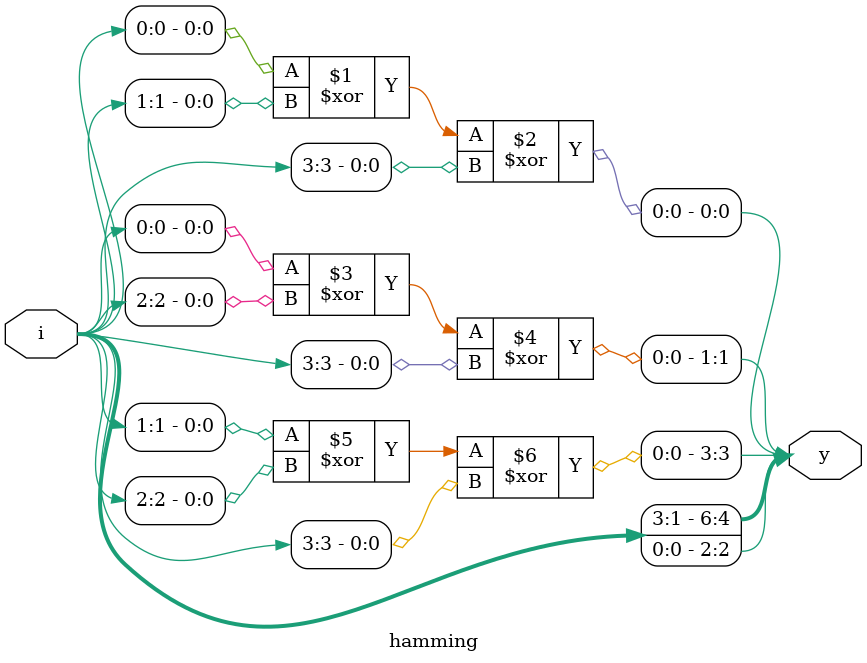
<source format=v>
module hamming(input [3:0] i, output [6:0] y);
  assign y[0] = i[0]^i[1]^i[3];
  assign y[1] = i[0]^i[2]^i[3];
  assign y[2] = i[0];
  assign y[3] = i[1]^i[2]^i[3];
  assign y[4] = i[1];
  assign y[5] = i[2];
  assign y[6] = i[3];
endmodule
</source>
